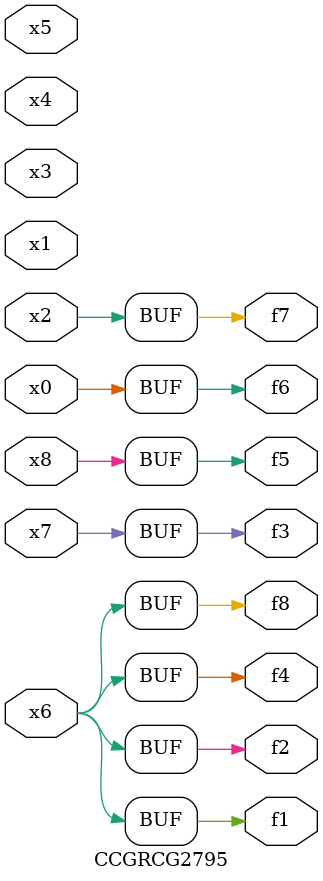
<source format=v>
module CCGRCG2795(
	input x0, x1, x2, x3, x4, x5, x6, x7, x8,
	output f1, f2, f3, f4, f5, f6, f7, f8
);
	assign f1 = x6;
	assign f2 = x6;
	assign f3 = x7;
	assign f4 = x6;
	assign f5 = x8;
	assign f6 = x0;
	assign f7 = x2;
	assign f8 = x6;
endmodule

</source>
